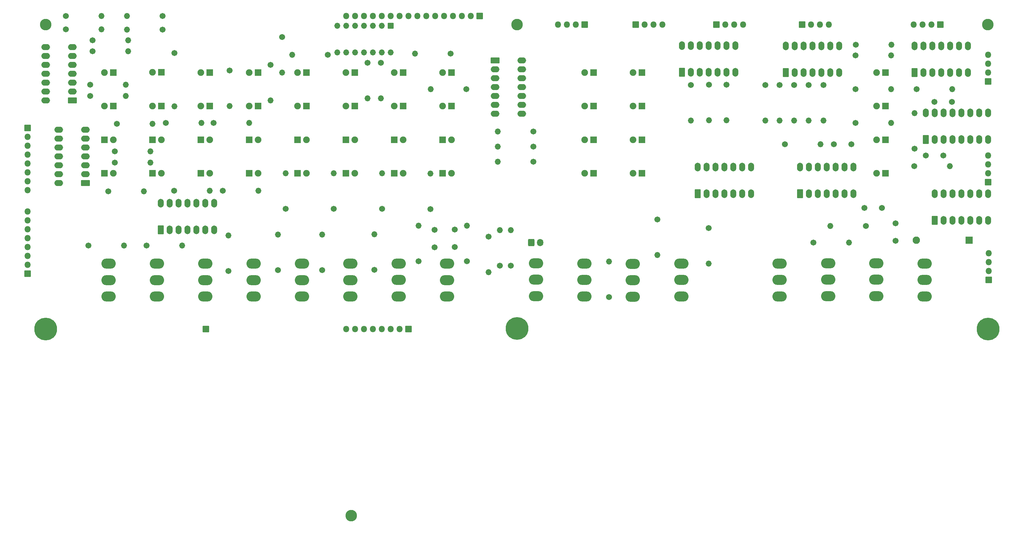
<source format=gbr>
G04 #@! TF.GenerationSoftware,KiCad,Pcbnew,(6.0.4-0)*
G04 #@! TF.CreationDate,2024-04-14T15:24:51+10:00*
G04 #@! TF.ProjectId,front panel 9602,66726f6e-7420-4706-916e-656c20393630,rev?*
G04 #@! TF.SameCoordinates,Original*
G04 #@! TF.FileFunction,Soldermask,Bot*
G04 #@! TF.FilePolarity,Negative*
%FSLAX46Y46*%
G04 Gerber Fmt 4.6, Leading zero omitted, Abs format (unit mm)*
G04 Created by KiCad (PCBNEW (6.0.4-0)) date 2024-04-14 15:24:51*
%MOMM*%
%LPD*%
G01*
G04 APERTURE LIST*
G04 Aperture macros list*
%AMRoundRect*
0 Rectangle with rounded corners*
0 $1 Rounding radius*
0 $2 $3 $4 $5 $6 $7 $8 $9 X,Y pos of 4 corners*
0 Add a 4 corners polygon primitive as box body*
4,1,4,$2,$3,$4,$5,$6,$7,$8,$9,$2,$3,0*
0 Add four circle primitives for the rounded corners*
1,1,$1+$1,$2,$3*
1,1,$1+$1,$4,$5*
1,1,$1+$1,$6,$7*
1,1,$1+$1,$8,$9*
0 Add four rect primitives between the rounded corners*
20,1,$1+$1,$2,$3,$4,$5,0*
20,1,$1+$1,$4,$5,$6,$7,0*
20,1,$1+$1,$6,$7,$8,$9,0*
20,1,$1+$1,$8,$9,$2,$3,0*%
G04 Aperture macros list end*
%ADD10RoundRect,0.051000X-0.900000X-0.900000X0.900000X-0.900000X0.900000X0.900000X-0.900000X0.900000X0*%
%ADD11C,1.902000*%
%ADD12RoundRect,0.051000X0.900000X0.900000X-0.900000X0.900000X-0.900000X-0.900000X0.900000X-0.900000X0*%
%ADD13C,3.302000*%
%ADD14C,1.702000*%
%ADD15O,1.702000X1.702000*%
%ADD16RoundRect,0.051000X1.200000X0.800000X-1.200000X0.800000X-1.200000X-0.800000X1.200000X-0.800000X0*%
%ADD17O,2.502000X1.702000*%
%ADD18RoundRect,0.051000X-0.800000X0.800000X-0.800000X-0.800000X0.800000X-0.800000X0.800000X0.800000X0*%
%ADD19RoundRect,0.051000X-1.200000X-0.800000X1.200000X-0.800000X1.200000X0.800000X-1.200000X0.800000X0*%
%ADD20RoundRect,0.051000X0.800000X-1.200000X0.800000X1.200000X-0.800000X1.200000X-0.800000X-1.200000X0*%
%ADD21O,1.702000X2.502000*%
%ADD22RoundRect,0.051000X1.000000X1.000000X-1.000000X1.000000X-1.000000X-1.000000X1.000000X-1.000000X0*%
%ADD23O,2.102000X2.102000*%
%ADD24C,0.902000*%
%ADD25C,6.502000*%
%ADD26O,4.102000X2.902000*%
%ADD27RoundRect,0.301000X-0.600000X-0.750000X0.600000X-0.750000X0.600000X0.750000X-0.600000X0.750000X0*%
%ADD28O,1.802000X2.102000*%
%ADD29RoundRect,0.051000X-0.850000X-0.850000X0.850000X-0.850000X0.850000X0.850000X-0.850000X0.850000X0*%
%ADD30O,1.802000X1.802000*%
%ADD31RoundRect,0.051000X0.850000X0.850000X-0.850000X0.850000X-0.850000X-0.850000X0.850000X-0.850000X0*%
%ADD32RoundRect,0.051000X0.850000X-0.850000X0.850000X0.850000X-0.850000X0.850000X-0.850000X-0.850000X0*%
%ADD33RoundRect,0.051000X-0.850000X0.850000X-0.850000X-0.850000X0.850000X-0.850000X0.850000X0.850000X0*%
G04 APERTURE END LIST*
D10*
X170700000Y-92900000D03*
D11*
X173240000Y-92900000D03*
D10*
X156900000Y-92900000D03*
D11*
X159440000Y-92900000D03*
D10*
X143100000Y-92878000D03*
D11*
X145640000Y-92878000D03*
D10*
X129300000Y-92900000D03*
D11*
X131840000Y-92900000D03*
D10*
X101700000Y-92900000D03*
D11*
X104240000Y-92900000D03*
D10*
X87900000Y-92900000D03*
D11*
X90440000Y-92900000D03*
D10*
X74100000Y-92900000D03*
D11*
X76640000Y-92900000D03*
D12*
X173240000Y-64100000D03*
D11*
X170700000Y-64100000D03*
D12*
X159440000Y-64100000D03*
D11*
X156900000Y-64100000D03*
D12*
X145640000Y-64100000D03*
D11*
X143100000Y-64100000D03*
D12*
X118040000Y-64100000D03*
D11*
X115500000Y-64100000D03*
D12*
X76640000Y-64100000D03*
D11*
X74100000Y-64100000D03*
D12*
X173240000Y-73700000D03*
D11*
X170700000Y-73700000D03*
D12*
X145640000Y-73700000D03*
D11*
X143100000Y-73700000D03*
D12*
X131840000Y-73700000D03*
D11*
X129300000Y-73700000D03*
D12*
X118040000Y-73700000D03*
D11*
X115500000Y-73700000D03*
D12*
X104240000Y-73650000D03*
D11*
X101700000Y-73650000D03*
D12*
X90440000Y-73700000D03*
D11*
X87900000Y-73700000D03*
D12*
X76640000Y-73700000D03*
D11*
X74100000Y-73700000D03*
D10*
X170700000Y-83350000D03*
D11*
X173240000Y-83350000D03*
D10*
X156900000Y-83300000D03*
D11*
X159440000Y-83300000D03*
D10*
X143100000Y-83300000D03*
D11*
X145640000Y-83300000D03*
D10*
X115500000Y-83300000D03*
D11*
X118040000Y-83300000D03*
D10*
X101700000Y-83300000D03*
D11*
X104240000Y-83300000D03*
D10*
X87900000Y-83300000D03*
D11*
X90440000Y-83300000D03*
D10*
X74100000Y-83300000D03*
D11*
X76640000Y-83300000D03*
D12*
X227540000Y-64100000D03*
D11*
X225000000Y-64100000D03*
D12*
X227540000Y-83300000D03*
D11*
X225000000Y-83300000D03*
D12*
X227540000Y-92900000D03*
D11*
X225000000Y-92900000D03*
D12*
X227540000Y-73700000D03*
D11*
X225000000Y-73700000D03*
D12*
X213740000Y-92900000D03*
D11*
X211200000Y-92900000D03*
D12*
X213740000Y-83300000D03*
D11*
X211200000Y-83300000D03*
D12*
X213740000Y-73700000D03*
D11*
X211200000Y-73700000D03*
D12*
X213740000Y-64100000D03*
D11*
X211200000Y-64100000D03*
D12*
X297040000Y-92900000D03*
D11*
X294500000Y-92900000D03*
D12*
X297040000Y-83300000D03*
D11*
X294500000Y-83300000D03*
D12*
X297040000Y-73700000D03*
D11*
X294500000Y-73700000D03*
D12*
X297040000Y-64100000D03*
D11*
X294500000Y-64100000D03*
D13*
X191900000Y-50400000D03*
X326300000Y-50400000D03*
X57400000Y-50400000D03*
D14*
X167200000Y-103165000D03*
D15*
X167200000Y-93005000D03*
D14*
X139554000Y-103038000D03*
D15*
X139554000Y-92878000D03*
D14*
X125838000Y-103038000D03*
D15*
X125838000Y-92878000D03*
D14*
X94060000Y-97900000D03*
D15*
X104220000Y-97900000D03*
D14*
X75260000Y-98100000D03*
D15*
X85420000Y-98100000D03*
D14*
X77070000Y-89830000D03*
D15*
X87230000Y-89830000D03*
D14*
X177400000Y-68875000D03*
D15*
X167240000Y-68875000D03*
D14*
X124840000Y-53940000D03*
D15*
X124840000Y-64100000D03*
D14*
X63100000Y-47920000D03*
D15*
X73260000Y-47920000D03*
D14*
X63100000Y-51730000D03*
D15*
X73260000Y-51730000D03*
D14*
X196560000Y-89600000D03*
D15*
X186400000Y-89600000D03*
D14*
X196560000Y-81000000D03*
D15*
X186400000Y-81000000D03*
D14*
X153060000Y-61300000D03*
D15*
X153060000Y-71460000D03*
D14*
X149260000Y-61300000D03*
D15*
X149260000Y-71460000D03*
D14*
X196560000Y-85300000D03*
D15*
X186400000Y-85300000D03*
D14*
X109860000Y-63500000D03*
D15*
X109860000Y-73660000D03*
D14*
X94160000Y-58500000D03*
D15*
X94160000Y-73740000D03*
D14*
X90760000Y-51800000D03*
D15*
X80600000Y-51800000D03*
D14*
X70085000Y-67605000D03*
D15*
X80245000Y-67605000D03*
D14*
X105260000Y-78480000D03*
D15*
X115420000Y-78480000D03*
D14*
X91680000Y-78470000D03*
D15*
X101840000Y-78470000D03*
D14*
X77700000Y-78760000D03*
D15*
X87860000Y-78760000D03*
D14*
X241535000Y-67700000D03*
D15*
X241535000Y-77860000D03*
D14*
X251660000Y-67600000D03*
D15*
X251660000Y-77760000D03*
D14*
X262744000Y-67700000D03*
D15*
X262744000Y-77860000D03*
D14*
X246660000Y-67600000D03*
D15*
X246660000Y-77760000D03*
D14*
X266808000Y-67700000D03*
D15*
X266808000Y-77860000D03*
D14*
X270960000Y-67700000D03*
D15*
X270960000Y-77860000D03*
D14*
X275160000Y-67700000D03*
D15*
X275160000Y-77860000D03*
D14*
X288550000Y-59220000D03*
D15*
X298710000Y-59220000D03*
D14*
X288570000Y-56190000D03*
D15*
X298730000Y-56190000D03*
D14*
X163800000Y-118060000D03*
D15*
X163800000Y-107900000D03*
D14*
X151160000Y-120500000D03*
D15*
X151160000Y-110340000D03*
D14*
X136260000Y-120600000D03*
D15*
X136260000Y-110440000D03*
D14*
X109560000Y-120800000D03*
D15*
X109560000Y-110640000D03*
D14*
X86160000Y-113600000D03*
D15*
X96320000Y-113600000D03*
D14*
X183800000Y-111000000D03*
D15*
X183800000Y-121160000D03*
D14*
X276460000Y-112690000D03*
D15*
X286620000Y-112690000D03*
D14*
X291510000Y-107980000D03*
D15*
X281350000Y-107980000D03*
D14*
X190100000Y-119300000D03*
D15*
X190100000Y-109140000D03*
D14*
X246620000Y-108530000D03*
D15*
X246620000Y-118690000D03*
D14*
X305960000Y-68830000D03*
D15*
X316120000Y-68830000D03*
D14*
X305280000Y-90900000D03*
D15*
X315440000Y-90900000D03*
D16*
X65020000Y-72050000D03*
D17*
X65020000Y-69510000D03*
X65020000Y-66970000D03*
X65020000Y-64430000D03*
X65020000Y-61890000D03*
X65020000Y-59350000D03*
X65020000Y-56810000D03*
X57400000Y-56810000D03*
X57400000Y-59350000D03*
X57400000Y-61890000D03*
X57400000Y-64430000D03*
X57400000Y-66970000D03*
X57400000Y-69510000D03*
X57400000Y-72050000D03*
D18*
X155810000Y-50714000D03*
D15*
X153270000Y-50714000D03*
X150730000Y-50714000D03*
X148190000Y-50714000D03*
X145650000Y-50714000D03*
X143110000Y-50714000D03*
X140570000Y-50714000D03*
X140570000Y-58334000D03*
X143110000Y-58334000D03*
X145650000Y-58334000D03*
X148190000Y-58334000D03*
X150730000Y-58334000D03*
X153270000Y-58334000D03*
X155810000Y-58334000D03*
D19*
X185655000Y-60620000D03*
D17*
X185655000Y-63160000D03*
X185655000Y-65700000D03*
X185655000Y-68240000D03*
X185655000Y-70780000D03*
X185655000Y-73320000D03*
X185655000Y-75860000D03*
X193275000Y-75860000D03*
X193275000Y-73320000D03*
X193275000Y-70780000D03*
X193275000Y-68240000D03*
X193275000Y-65700000D03*
X193275000Y-63160000D03*
X193275000Y-60620000D03*
D20*
X268600000Y-64112500D03*
D21*
X271140000Y-64112500D03*
X273680000Y-64112500D03*
X276220000Y-64112500D03*
X278760000Y-64112500D03*
X281300000Y-64112500D03*
X283840000Y-64112500D03*
X283840000Y-56492500D03*
X281300000Y-56492500D03*
X278760000Y-56492500D03*
X276220000Y-56492500D03*
X273680000Y-56492500D03*
X271140000Y-56492500D03*
X268600000Y-56492500D03*
D20*
X305400000Y-64100000D03*
D21*
X307940000Y-64100000D03*
X310480000Y-64100000D03*
X313020000Y-64100000D03*
X315560000Y-64100000D03*
X318100000Y-64100000D03*
X320640000Y-64100000D03*
X320640000Y-56480000D03*
X318100000Y-56480000D03*
X315560000Y-56480000D03*
X313020000Y-56480000D03*
X310480000Y-56480000D03*
X307940000Y-56480000D03*
X305400000Y-56480000D03*
D16*
X68688000Y-95672000D03*
D17*
X68688000Y-93132000D03*
X68688000Y-90592000D03*
X68688000Y-88052000D03*
X68688000Y-85512000D03*
X68688000Y-82972000D03*
X68688000Y-80432000D03*
X61068000Y-80432000D03*
X61068000Y-82972000D03*
X61068000Y-85512000D03*
X61068000Y-88052000D03*
X61068000Y-90592000D03*
X61068000Y-93132000D03*
X61068000Y-95672000D03*
D20*
X243440000Y-98720000D03*
D21*
X245980000Y-98720000D03*
X248520000Y-98720000D03*
X251060000Y-98720000D03*
X253600000Y-98720000D03*
X256140000Y-98720000D03*
X258680000Y-98720000D03*
X258680000Y-91100000D03*
X256140000Y-91100000D03*
X253600000Y-91100000D03*
X251060000Y-91100000D03*
X248520000Y-91100000D03*
X245980000Y-91100000D03*
X243440000Y-91100000D03*
D20*
X272650000Y-98720000D03*
D21*
X275190000Y-98720000D03*
X277730000Y-98720000D03*
X280270000Y-98720000D03*
X282810000Y-98720000D03*
X285350000Y-98720000D03*
X287890000Y-98720000D03*
X287890000Y-91100000D03*
X285350000Y-91100000D03*
X282810000Y-91100000D03*
X280270000Y-91100000D03*
X277730000Y-91100000D03*
X275190000Y-91100000D03*
X272650000Y-91100000D03*
D20*
X90260000Y-109100000D03*
D21*
X92800000Y-109100000D03*
X95340000Y-109100000D03*
X97880000Y-109100000D03*
X100420000Y-109100000D03*
X102960000Y-109100000D03*
X105500000Y-109100000D03*
X105500000Y-101480000D03*
X102960000Y-101480000D03*
X100420000Y-101480000D03*
X97880000Y-101480000D03*
X95340000Y-101480000D03*
X92800000Y-101480000D03*
X90260000Y-101480000D03*
D20*
X311160000Y-106340000D03*
D21*
X313700000Y-106340000D03*
X316240000Y-106340000D03*
X318780000Y-106340000D03*
X321320000Y-106340000D03*
X323860000Y-106340000D03*
X326400000Y-106340000D03*
X326400000Y-98720000D03*
X323860000Y-98720000D03*
X321320000Y-98720000D03*
X318780000Y-98720000D03*
X316240000Y-98720000D03*
X313700000Y-98720000D03*
X311160000Y-98720000D03*
D20*
X238995000Y-64049000D03*
D21*
X241535000Y-64049000D03*
X244075000Y-64049000D03*
X246615000Y-64049000D03*
X249155000Y-64049000D03*
X251695000Y-64049000D03*
X254235000Y-64049000D03*
X254235000Y-56429000D03*
X251695000Y-56429000D03*
X249155000Y-56429000D03*
X246615000Y-56429000D03*
X244075000Y-56429000D03*
X241535000Y-56429000D03*
X238995000Y-56429000D03*
D14*
X299960000Y-107200000D03*
X299960000Y-112200000D03*
X311060000Y-72500000D03*
X316060000Y-72500000D03*
X308560000Y-87800000D03*
X313560000Y-87800000D03*
X287360000Y-84600000D03*
X282360000Y-84600000D03*
D12*
X90440000Y-64050000D03*
D11*
X87900000Y-64050000D03*
D12*
X159440000Y-73700000D03*
D11*
X156900000Y-73700000D03*
D10*
X115500000Y-92900000D03*
D11*
X118040000Y-92900000D03*
D12*
X104240000Y-64100000D03*
D11*
X101700000Y-64100000D03*
D14*
X70720000Y-58000000D03*
D15*
X80880000Y-58000000D03*
D14*
X288490000Y-68890000D03*
D15*
X298650000Y-68890000D03*
D14*
X288530000Y-78490000D03*
D15*
X298690000Y-78490000D03*
D14*
X77070000Y-86655000D03*
D15*
X87230000Y-86655000D03*
D14*
X90760000Y-47920000D03*
D15*
X80600000Y-47920000D03*
D14*
X121560000Y-61900000D03*
D15*
X121560000Y-72060000D03*
D14*
X153397000Y-103038000D03*
D15*
X153397000Y-92878000D03*
D14*
X137860000Y-59070000D03*
D15*
X127700000Y-59070000D03*
D12*
X131840000Y-64100000D03*
D11*
X129300000Y-64100000D03*
D14*
X107960000Y-97900000D03*
D15*
X118120000Y-97900000D03*
D14*
X172960000Y-58700000D03*
D15*
X162800000Y-58700000D03*
D14*
X70720000Y-54900000D03*
D15*
X80880000Y-54900000D03*
D14*
X123660000Y-120600000D03*
D15*
X123660000Y-110440000D03*
D14*
X268360000Y-84600000D03*
D15*
X278520000Y-84600000D03*
D14*
X279360000Y-67700000D03*
D15*
X279360000Y-77860000D03*
D14*
X177600000Y-118060000D03*
D15*
X177600000Y-107900000D03*
D14*
X69540000Y-113600000D03*
D15*
X79700000Y-113600000D03*
D14*
X231960000Y-106100000D03*
D15*
X231960000Y-116260000D03*
D14*
X187000000Y-119300000D03*
D15*
X187000000Y-109140000D03*
D22*
X320910000Y-112055000D03*
D23*
X305910000Y-112055000D03*
D14*
X218160000Y-128280000D03*
D15*
X218160000Y-118120000D03*
D24*
X59097056Y-135702944D03*
X57400000Y-139800000D03*
X57400000Y-135000000D03*
X55702944Y-139097056D03*
X59097056Y-139097056D03*
X55000000Y-137400000D03*
D25*
X57400000Y-137400000D03*
D24*
X55702944Y-135702944D03*
X59800000Y-137400000D03*
X326400000Y-135000000D03*
X328800000Y-137400000D03*
X324702944Y-135702944D03*
D25*
X326400000Y-137400000D03*
D24*
X326400000Y-139800000D03*
X324000000Y-137400000D03*
X328097056Y-139097056D03*
X328097056Y-135702944D03*
X324702944Y-139097056D03*
X193597056Y-138997056D03*
X191900000Y-134900000D03*
X189500000Y-137300000D03*
X193597056Y-135602944D03*
X190202944Y-138997056D03*
X190202944Y-135602944D03*
X191900000Y-139700000D03*
D25*
X191900000Y-137300000D03*
D24*
X194300000Y-137300000D03*
D14*
X174160000Y-109000000D03*
X174160000Y-114000000D03*
X168360000Y-109100000D03*
X168360000Y-114100000D03*
X296018000Y-102784000D03*
X291018000Y-102784000D03*
D10*
X129300000Y-83300000D03*
D11*
X131840000Y-83300000D03*
D14*
X70085000Y-70780000D03*
D15*
X80245000Y-70780000D03*
D26*
X158160000Y-118701000D03*
X158160000Y-123400000D03*
X158160000Y-128100000D03*
D20*
X308560000Y-83220000D03*
D21*
X311100000Y-83220000D03*
X313640000Y-83220000D03*
X316180000Y-83220000D03*
X318720000Y-83220000D03*
X321260000Y-83220000D03*
X323800000Y-83220000D03*
X326340000Y-83220000D03*
X326340000Y-75600000D03*
X323800000Y-75600000D03*
X321260000Y-75600000D03*
X318720000Y-75600000D03*
X316180000Y-75600000D03*
X313640000Y-75600000D03*
X311100000Y-75600000D03*
X308560000Y-75600000D03*
D26*
X102960000Y-118731000D03*
X102960000Y-123430000D03*
X102960000Y-128130000D03*
X211160000Y-128099000D03*
X211160000Y-123400000D03*
X211160000Y-118700000D03*
X308260000Y-118701000D03*
X308260000Y-123400000D03*
X308260000Y-128100000D03*
X294460000Y-127999000D03*
X294460000Y-123300000D03*
X294460000Y-118600000D03*
X171960000Y-118731000D03*
X171960000Y-123430000D03*
X171960000Y-128130000D03*
X238860000Y-128099000D03*
X238860000Y-123400000D03*
X238860000Y-118700000D03*
X224960000Y-128199000D03*
X224960000Y-123500000D03*
X224960000Y-118800000D03*
X197360000Y-118601000D03*
X197360000Y-123300000D03*
X197360000Y-128000000D03*
D14*
X305360000Y-85880000D03*
D15*
X305360000Y-75720000D03*
D26*
X116760000Y-118731000D03*
X116760000Y-123430000D03*
X116760000Y-128130000D03*
X266860000Y-128099000D03*
X266860000Y-123400000D03*
X266860000Y-118700000D03*
X75360000Y-118731000D03*
X75360000Y-123430000D03*
X75360000Y-128130000D03*
X89160000Y-118731000D03*
X89160000Y-123430000D03*
X89160000Y-128130000D03*
X130560000Y-118731000D03*
X130560000Y-123430000D03*
X130560000Y-128130000D03*
X280760000Y-127999000D03*
X280760000Y-123300000D03*
X280760000Y-118600000D03*
X144360000Y-118731000D03*
X144360000Y-123430000D03*
X144360000Y-128130000D03*
D13*
X144575000Y-190740000D03*
D27*
X195980000Y-112715000D03*
D28*
X198480000Y-112715000D03*
D29*
X52200000Y-121580000D03*
D30*
X52200000Y-119040000D03*
X52200000Y-116500000D03*
X52200000Y-113960000D03*
X52200000Y-111420000D03*
X52200000Y-108880000D03*
X52200000Y-106340000D03*
X52200000Y-103800000D03*
D31*
X52228800Y-79924000D03*
D30*
X52228800Y-82464000D03*
X52228800Y-85004000D03*
X52228800Y-87544000D03*
X52228800Y-90084000D03*
X52228800Y-92624000D03*
X52228800Y-95164000D03*
X52228800Y-97704000D03*
D32*
X181210000Y-47920000D03*
D30*
X178670000Y-47920000D03*
X176130000Y-47920000D03*
X173590000Y-47920000D03*
X171050000Y-47920000D03*
X168510000Y-47920000D03*
X165970000Y-47920000D03*
X163430000Y-47920000D03*
X160890000Y-47920000D03*
X158350000Y-47920000D03*
X155810000Y-47920000D03*
X153270000Y-47920000D03*
X150730000Y-47920000D03*
X148190000Y-47920000D03*
X145650000Y-47920000D03*
X143110000Y-47920000D03*
D33*
X225780000Y-50400000D03*
D30*
X228320000Y-50400000D03*
X230860000Y-50400000D03*
X233400000Y-50400000D03*
D33*
X248780000Y-50400000D03*
D30*
X251320000Y-50400000D03*
X253860000Y-50400000D03*
X256400000Y-50400000D03*
D33*
X273280000Y-50400000D03*
D30*
X275820000Y-50400000D03*
X278360000Y-50400000D03*
X280900000Y-50400000D03*
D32*
X160900000Y-137400000D03*
D30*
X158360000Y-137400000D03*
X155820000Y-137400000D03*
X153280000Y-137400000D03*
X150740000Y-137400000D03*
X148200000Y-137400000D03*
X145660000Y-137400000D03*
X143120000Y-137400000D03*
D32*
X312700000Y-50400000D03*
D30*
X310160000Y-50400000D03*
X307620000Y-50400000D03*
X305080000Y-50400000D03*
D29*
X326500000Y-123400000D03*
D30*
X326500000Y-120860000D03*
X326500000Y-118320000D03*
X326500000Y-115780000D03*
D29*
X326400000Y-95440000D03*
D30*
X326400000Y-92900000D03*
X326400000Y-90360000D03*
X326400000Y-87820000D03*
D29*
X326400000Y-66640000D03*
D30*
X326400000Y-64100000D03*
X326400000Y-61560000D03*
X326400000Y-59020000D03*
D32*
X211200000Y-50400000D03*
D30*
X208660000Y-50400000D03*
X206120000Y-50400000D03*
X203580000Y-50400000D03*
D29*
X103100000Y-137400000D03*
M02*

</source>
